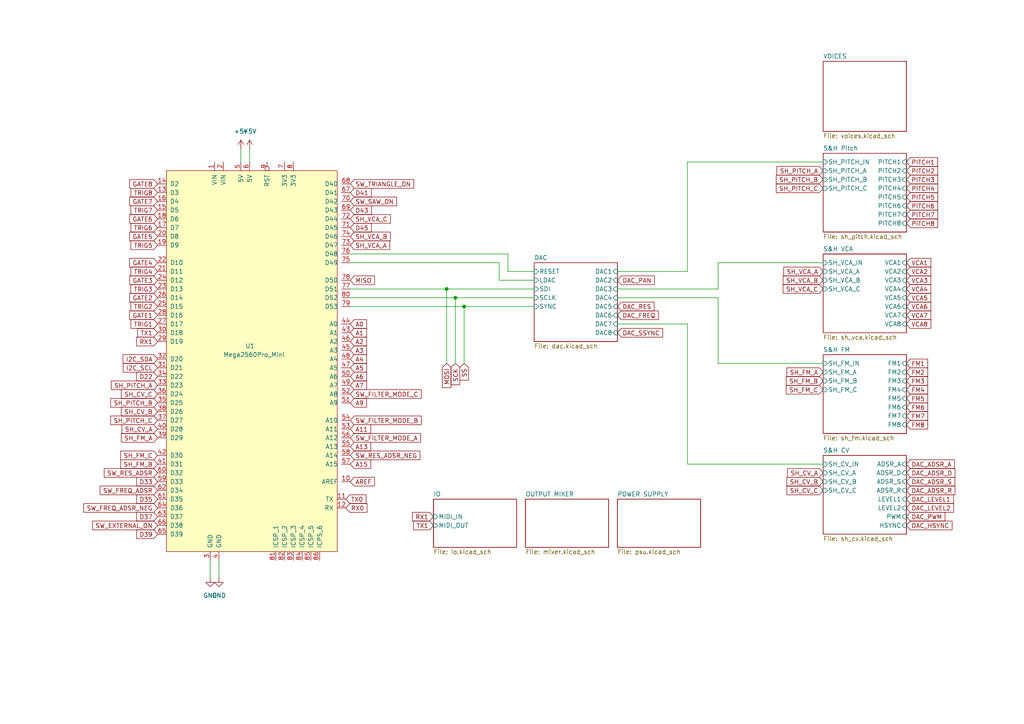
<source format=kicad_sch>
(kicad_sch (version 20230121) (generator eeschema)
  (paper "A4")
  (title_block (title "Polykit-X8 Mainboard") (date "2024-01-14") (rev "v0.0.2") (company "Jan Knipper") (comment 1 "github.com/polykit"))
  (lib_symbols
    (symbol "aga:Mega2560Pro_Embed_RobotDyn" (pin_names (offset 1.016))
      (property "Reference" "U" (at -1.27 0 0))
      (property "Value" "Mega2560Pro_Embed_RobotDyn" (at -1.27 2.54 0))
      (symbol "Mega2560Pro_Embed_RobotDyn_0_1"
        (rectangle (start -26.67 52.07) (end 22.86 -58.42) (fill (type background)))
      )
      (symbol "Mega2560Pro_Embed_RobotDyn_1_1"
        (pin power_in line (at -12.7 54.61 270) (length 2.54) (name "VIN") (number "1"))
        (pin input line (at 26.67 -38.1 180) (length 2.54) (name "AREF") (number "10"))
        (pin output line (at 25.4 -43.18 180) (length 2.54) (name "TX") (number "11"))
        (pin input line (at 25.4 -45.72 180) (length 2.54) (name "RX") (number "12"))
        (pin bidirectional line (at -29.21 45.72 0) (length 2.54) (name "D3") (number "13"))
        (pin bidirectional line (at -29.21 48.26 0) (length 2.54) (name "D2") (number "14"))
        (pin bidirectional line (at -29.21 40.64 0) (length 2.54) (name "D5") (number "15"))
        (pin bidirectional line (at -29.21 43.18 0) (length 2.54) (name "D4") (number "16"))
        (pin bidirectional line (at -29.21 35.56 0) (length 2.54) (name "D7") (number "17"))
        (pin bidirectional line (at -29.21 38.1 0) (length 2.54) (name "D6") (number "18"))
        (pin bidirectional line (at -29.21 30.48 0) (length 2.54) (name "D9") (number "19"))
        (pin power_in line (at -10.16 54.61 270) (length 2.54) (name "VIN") (number "2"))
        (pin bidirectional line (at -29.21 33.02 0) (length 2.54) (name "D8") (number "20"))
        (pin bidirectional line (at -29.21 22.86 0) (length 2.54) (name "D11") (number "21"))
        (pin bidirectional line (at -29.21 25.4 0) (length 2.54) (name "D10") (number "22"))
        (pin bidirectional line (at -29.21 17.78 0) (length 2.54) (name "D13") (number "23"))
        (pin bidirectional line (at -29.21 20.32 0) (length 2.54) (name "D12") (number "24"))
        (pin bidirectional line (at -29.21 12.7 0) (length 2.54) (name "D15") (number "25"))
        (pin bidirectional line (at -29.21 15.24 0) (length 2.54) (name "D14") (number "26"))
        (pin bidirectional line (at -29.21 7.62 0) (length 2.54) (name "D17") (number "27"))
        (pin bidirectional line (at -29.21 10.16 0) (length 2.54) (name "D16") (number "28"))
        (pin bidirectional line (at -29.21 2.54 0) (length 2.54) (name "D19") (number "29"))
        (pin power_in line (at -13.97 -60.96 90) (length 2.54) (name "GND") (number "3"))
        (pin bidirectional line (at -29.21 5.08 0) (length 2.54) (name "D18") (number "30"))
        (pin bidirectional line (at -29.21 -5.08 0) (length 2.54) (name "D21") (number "31"))
        (pin bidirectional line (at -29.21 -2.54 0) (length 2.54) (name "D20") (number "32"))
        (pin bidirectional line (at -29.21 -10.16 0) (length 2.54) (name "D23") (number "33"))
        (pin bidirectional line (at -29.21 -7.62 0) (length 2.54) (name "D22") (number "34"))
        (pin bidirectional line (at -29.21 -15.24 0) (length 2.54) (name "D25") (number "35"))
        (pin bidirectional line (at -29.21 -12.7 0) (length 2.54) (name "D24") (number "36"))
        (pin bidirectional line (at -29.21 -20.32 0) (length 2.54) (name "D27") (number "37"))
        (pin bidirectional line (at -29.21 -17.78 0) (length 2.54) (name "D26") (number "38"))
        (pin bidirectional line (at -29.21 -25.4 0) (length 2.54) (name "D29") (number "39"))
        (pin power_in line (at -11.43 -60.96 90) (length 2.54) (name "GND") (number "4"))
        (pin bidirectional line (at -29.21 -22.86 0) (length 2.54) (name "D28") (number "40"))
        (pin bidirectional line (at -29.21 -33.02 0) (length 2.54) (name "D31") (number "41"))
        (pin bidirectional line (at -29.21 -30.48 0) (length 2.54) (name "D30") (number "42"))
        (pin input line (at 26.67 5.08 180) (length 2.54) (name "A1") (number "43"))
        (pin input line (at 26.67 7.62 180) (length 2.54) (name "A0") (number "44"))
        (pin input line (at 26.67 0 180) (length 2.54) (name "A3") (number "45"))
        (pin input line (at 26.67 2.54 180) (length 2.54) (name "A2") (number "46"))
        (pin input line (at 26.67 -5.08 180) (length 2.54) (name "A5") (number "47"))
        (pin input line (at 26.67 -2.54 180) (length 2.54) (name "A4") (number "48"))
        (pin input line (at 26.67 -10.16 180) (length 2.54) (name "A7") (number "49"))
        (pin power_in line (at -5.08 54.61 270) (length 2.54) (name "5V") (number "5"))
        (pin input line (at 26.67 -7.62 180) (length 2.54) (name "A6") (number "50"))
        (pin input line (at 26.67 -15.24 180) (length 2.54) (name "A9") (number "51"))
        (pin input line (at 26.67 -12.7 180) (length 2.54) (name "A8") (number "52"))
        (pin input line (at 26.67 -22.86 180) (length 2.54) (name "A11") (number "53"))
        (pin input line (at 26.67 -20.32 180) (length 2.54) (name "A10") (number "54"))
        (pin input line (at 26.67 -27.94 180) (length 2.54) (name "A13") (number "55"))
        (pin input line (at 26.67 -25.4 180) (length 2.54) (name "A12") (number "56"))
        (pin input line (at 26.67 -33.02 180) (length 2.54) (name "A15") (number "57"))
        (pin input line (at 26.67 -30.48 180) (length 2.54) (name "A14") (number "58"))
        (pin bidirectional line (at -29.21 -38.1 0) (length 2.54) (name "D33") (number "59"))
        (pin power_in line (at -2.54 54.61 270) (length 2.54) (name "5V") (number "6"))
        (pin bidirectional line (at -29.21 -35.56 0) (length 2.54) (name "D32") (number "60"))
        (pin bidirectional line (at -29.21 -43.18 0) (length 2.54) (name "D35") (number "61"))
        (pin bidirectional line (at -29.21 -40.64 0) (length 2.54) (name "D34") (number "62"))
        (pin bidirectional line (at -29.21 -48.26 0) (length 2.54) (name "D37") (number "63"))
        (pin bidirectional line (at -29.21 -45.72 0) (length 2.54) (name "D36") (number "64"))
        (pin bidirectional line (at -29.21 -53.34 0) (length 2.54) (name "D39") (number "65"))
        (pin bidirectional line (at -29.21 -50.8 0) (length 2.54) (name "D38") (number "66"))
        (pin bidirectional line (at 26.67 45.72 180) (length 2.54) (name "D41") (number "67"))
        (pin bidirectional line (at 26.67 48.26 180) (length 2.54) (name "D40") (number "68"))
        (pin bidirectional line (at 26.67 40.64 180) (length 2.54) (name "D43") (number "69"))
        (pin power_in line (at 7.62 54.61 270) (length 2.54) (name "3V3") (number "7"))
        (pin bidirectional line (at 26.67 43.18 180) (length 2.54) (name "D42") (number "70"))
        (pin bidirectional line (at 26.67 35.56 180) (length 2.54) (name "D45") (number "71"))
        (pin bidirectional line (at 26.67 38.1 180) (length 2.54) (name "D44") (number "72"))
        (pin bidirectional line (at 26.67 30.48 180) (length 2.54) (name "D47") (number "73"))
        (pin bidirectional line (at 26.67 33.02 180) (length 2.54) (name "D46") (number "74"))
        (pin bidirectional line (at 26.67 25.4 180) (length 2.54) (name "D49") (number "75"))
        (pin bidirectional line (at 26.67 27.94 180) (length 2.54) (name "D48") (number "76"))
        (pin bidirectional line (at 26.67 17.78 180) (length 2.54) (name "D51") (number "77"))
        (pin bidirectional line (at 26.67 20.32 180) (length 2.54) (name "D50") (number "78"))
        (pin bidirectional line (at 26.67 12.7 180) (length 2.54) (name "D53") (number "79"))
        (pin power_in line (at 10.16 54.61 270) (length 2.54) (name "3V3") (number "8"))
        (pin bidirectional line (at 26.67 15.24 180) (length 2.54) (name "D52") (number "80"))
        (pin bidirectional line (at 5.08 -60.96 90) (length 2.54) (name "ICSP_1") (number "81"))
        (pin bidirectional line (at 7.62 -60.96 90) (length 2.54) (name "ICSP_2") (number "82"))
        (pin bidirectional line (at 10.16 -60.96 90) (length 2.54) (name "ICSP_3") (number "83"))
        (pin bidirectional line (at 12.7 -60.96 90) (length 2.54) (name "ICSP_4") (number "84"))
        (pin bidirectional line (at 15.24 -60.96 90) (length 2.54) (name "ICSP_5") (number "85"))
        (pin bidirectional line (at 17.78 -60.96 90) (length 2.54) (name "ICPS_6") (number "86"))
        (pin input inverted (at 2.54 54.61 270) (length 2.54) (name "RST") (number "9"))
      )
    )
    (symbol "power:+5V" (power) (pin_names (offset 0))
      (property "Value" "+5V" (at 0 3.556 0))
      (symbol "+5V_0_1"
        (polyline (pts (xy -0.762 1.27) (xy 0 2.54)))
        (polyline (pts (xy 0 0) (xy 0 2.54)))
        (polyline (pts (xy 0 2.54) (xy 0.762 1.27)))
      )
      (symbol "+5V_1_1"
        (pin power_in line (at 0 0 90) (length 0) hide (name "+5V") (number "1"))
      )
    )
    (symbol "power:GND" (power) (pin_names (offset 0))
      (property "Value" "GND" (at 0 -3.81 0))
      (symbol "GND_0_1"
        (polyline (pts (xy 0 0) (xy 0 -1.27) (xy 1.27 -1.27) (xy 0 -2.54) (xy -1.27 -1.27) (xy 0 -1.27)))
      )
      (symbol "GND_1_1"
        (pin power_in line (at 0 0 270) (length 0) hide (name "GND") (number "1"))
      )
    )
  )
  (junction (at 129.54 83.82))
  (junction (at 134.62 88.9))
  (junction (at 132.08 86.36))
  (wire (pts (xy 199.39 78.74) (xy 179.07 78.74)))
  (wire (pts (xy 129.54 83.82) (xy 154.94 83.82)))
  (wire (pts (xy 101.6 73.66) (xy 147.32 73.66)))
  (wire (pts (xy 134.62 88.9) (xy 154.94 88.9)))
  (wire (pts (xy 208.28 83.82) (xy 179.07 83.82)))
  (wire (pts (xy 101.6 83.82) (xy 129.54 83.82)))
  (wire (pts (xy 238.76 76.2) (xy 208.28 76.2)))
  (wire (pts (xy 132.08 86.36) (xy 154.94 86.36)))
  (wire (pts (xy 147.32 73.66) (xy 147.32 78.74)))
  (wire (pts (xy 179.07 93.98) (xy 199.39 93.98)))
  (wire (pts (xy 147.32 78.74) (xy 154.94 78.74)))
  (wire (pts (xy 129.54 105.41) (xy 129.54 83.82)))
  (wire (pts (xy 144.78 76.2) (xy 144.78 81.28)))
  (wire (pts (xy 132.08 86.36) (xy 101.6 86.36)))
  (wire (pts (xy 208.28 76.2) (xy 208.28 83.82)))
  (wire (pts (xy 208.28 105.41) (xy 238.76 105.41)))
  (wire (pts (xy 132.08 105.41) (xy 132.08 86.36)))
  (wire (pts (xy 60.96 167.64) (xy 60.96 162.56)))
  (wire (pts (xy 199.39 93.98) (xy 199.39 134.62)))
  (wire (pts (xy 101.6 88.9) (xy 134.62 88.9)))
  (wire (pts (xy 63.5 167.64) (xy 63.5 162.56)))
  (wire (pts (xy 199.39 134.62) (xy 238.76 134.62)))
  (wire (pts (xy 238.76 46.99) (xy 199.39 46.99)))
  (wire (pts (xy 144.78 81.28) (xy 154.94 81.28)))
  (wire (pts (xy 69.85 43.18) (xy 69.85 46.99)))
  (wire (pts (xy 199.39 46.99) (xy 199.39 78.74)))
  (wire (pts (xy 179.07 86.36) (xy 208.28 86.36)))
  (wire (pts (xy 101.6 76.2) (xy 144.78 76.2)))
  (wire (pts (xy 134.62 105.41) (xy 134.62 88.9)))
  (wire (pts (xy 208.28 86.36) (xy 208.28 105.41)))
  (wire (pts (xy 72.39 43.18) (xy 72.39 46.99)))
  (global_label "A6" (shape input) (at 101.6 109.22 0) (property "Intersheetrefs" "${INTERSHEET_REFS}" (effects hide)))
  (global_label "AREF" (shape input) (at 101.6 139.7 0) (property "Intersheetrefs" "${INTERSHEET_REFS}" (effects hide)))
  (global_label "FM1" (shape input) (at 262.89 105.41 0) (property "Intersheetrefs" "${INTERSHEET_REFS}" (effects hide)))
  (global_label "SH_PITCH_C" (shape input) (at 238.76 54.61 180) (property "Intersheetrefs" "${INTERSHEET_REFS}" (effects hide)))
  (global_label "SH_PITCH_B" (shape input) (at 238.76 52.07 180) (property "Intersheetrefs" "${INTERSHEET_REFS}" (effects hide)))
  (global_label "D37" (shape input) (at 45.72 149.86 180) (property "Intersheetrefs" "${INTERSHEET_REFS}" (effects hide)))
  (global_label "A9" (shape input) (at 101.6 116.84 0) (property "Intersheetrefs" "${INTERSHEET_REFS}" (effects hide)))
  (global_label "D22" (shape input) (at 45.72 109.22 180) (property "Intersheetrefs" "${INTERSHEET_REFS}" (effects hide)))
  (global_label "SCK" (shape input) (at 132.08 105.41 270) (property "Intersheetrefs" "${INTERSHEET_REFS}" (effects hide)))
  (global_label "DAC_ADSR_S" (shape input) (at 262.89 139.7 0) (property "Intersheetrefs" "${INTERSHEET_REFS}" (effects hide)))
  (global_label "FM5" (shape input) (at 262.89 115.57 0) (property "Intersheetrefs" "${INTERSHEET_REFS}" (effects hide)))
  (global_label "SH_CV_A" (shape input) (at 238.76 137.16 180) (property "Intersheetrefs" "${INTERSHEET_REFS}" (effects hide)))
  (global_label "SH_VCA_B" (shape input) (at 101.6 68.58 0) (property "Intersheetrefs" "${INTERSHEET_REFS}" (effects hide)))
  (global_label "SW_FILTER_MODE_C" (shape input) (at 101.6 114.3 0) (property "Intersheetrefs" "${INTERSHEET_REFS}" (effects hide)))
  (global_label "VCA1" (shape input) (at 262.89 76.2 0) (property "Intersheetrefs" "${INTERSHEET_REFS}" (effects hide)))
  (global_label "SH_VCA_C" (shape input) (at 101.6 63.5 0) (property "Intersheetrefs" "${INTERSHEET_REFS}" (effects hide)))
  (global_label "FM2" (shape input) (at 262.89 107.95 0) (property "Intersheetrefs" "${INTERSHEET_REFS}" (effects hide)))
  (global_label "DAC_PAN" (shape input) (at 179.07 81.28 0) (property "Intersheetrefs" "${INTERSHEET_REFS}" (effects hide)))
  (global_label "PITCH5" (shape input) (at 262.89 57.15 0) (property "Intersheetrefs" "${INTERSHEET_REFS}" (effects hide)))
  (global_label "D35" (shape input) (at 45.72 144.78 180) (property "Intersheetrefs" "${INTERSHEET_REFS}" (effects hide)))
  (global_label "DAC_PWM" (shape input) (at 262.89 149.86 0) (property "Intersheetrefs" "${INTERSHEET_REFS}" (effects hide)))
  (global_label "FM8" (shape input) (at 262.89 123.19 0) (property "Intersheetrefs" "${INTERSHEET_REFS}" (effects hide)))
  (global_label "FM6" (shape input) (at 262.89 118.11 0) (property "Intersheetrefs" "${INTERSHEET_REFS}" (effects hide)))
  (global_label "SH_PITCH_C" (shape input) (at 45.72 121.92 180) (property "Intersheetrefs" "${INTERSHEET_REFS}" (effects hide)))
  (global_label "SW_FREQ_ADSR" (shape input) (at 45.72 142.24 180) (property "Intersheetrefs" "${INTERSHEET_REFS}" (effects hide)))
  (global_label "TX1" (shape input) (at 45.72 96.52 180) (property "Intersheetrefs" "${INTERSHEET_REFS}" (effects hide)))
  (global_label "DAC_SSYNC" (shape input) (at 179.07 96.52 0) (property "Intersheetrefs" "${INTERSHEET_REFS}" (effects hide)))
  (global_label "FM3" (shape input) (at 262.89 110.49 0) (property "Intersheetrefs" "${INTERSHEET_REFS}" (effects hide)))
  (global_label "GATE1" (shape input) (at 45.72 91.44 180) (property "Intersheetrefs" "${INTERSHEET_REFS}" (effects hide)))
  (global_label "SH_CV_C" (shape input) (at 45.72 114.3 180) (property "Intersheetrefs" "${INTERSHEET_REFS}" (effects hide)))
  (global_label "RX0" (shape input) (at 100.33 147.32 0) (property "Intersheetrefs" "${INTERSHEET_REFS}" (effects hide)))
  (global_label "I2C_SDA" (shape input) (at 45.72 104.14 180) (property "Intersheetrefs" "${INTERSHEET_REFS}" (effects hide)))
  (global_label "A0" (shape input) (at 101.6 93.98 0) (property "Intersheetrefs" "${INTERSHEET_REFS}" (effects hide)))
  (global_label "DAC_RES" (shape input) (at 179.07 88.9 0) (property "Intersheetrefs" "${INTERSHEET_REFS}" (effects hide)))
  (global_label "VCA7" (shape input) (at 262.89 91.44 0) (property "Intersheetrefs" "${INTERSHEET_REFS}" (effects hide)))
  (global_label "D41" (shape input) (at 101.6 55.88 0) (property "Intersheetrefs" "${INTERSHEET_REFS}" (effects hide)))
  (global_label "SH_FM_B" (shape input) (at 45.72 134.62 180) (property "Intersheetrefs" "${INTERSHEET_REFS}" (effects hide)))
  (global_label "TRIG1" (shape input) (at 45.72 93.98 180) (property "Intersheetrefs" "${INTERSHEET_REFS}" (effects hide)))
  (global_label "A3" (shape input) (at 101.6 101.6 0) (property "Intersheetrefs" "${INTERSHEET_REFS}" (effects hide)))
  (global_label "SH_PITCH_A" (shape input) (at 45.72 111.76 180) (property "Intersheetrefs" "${INTERSHEET_REFS}" (effects hide)))
  (global_label "SH_PITCH_B" (shape input) (at 45.72 116.84 180) (property "Intersheetrefs" "${INTERSHEET_REFS}" (effects hide)))
  (global_label "TRIG8" (shape input) (at 45.72 55.88 180) (property "Intersheetrefs" "${INTERSHEET_REFS}" (effects hide)))
  (global_label "PITCH3" (shape input) (at 262.89 52.07 0) (property "Intersheetrefs" "${INTERSHEET_REFS}" (effects hide)))
  (global_label "TX1" (shape input) (at 125.73 152.4 180) (property "Intersheetrefs" "${INTERSHEET_REFS}" (effects hide)))
  (global_label "SW_FILTER_MODE_B" (shape input) (at 101.6 121.92 0) (property "Intersheetrefs" "${INTERSHEET_REFS}" (effects hide)))
  (global_label "PITCH7" (shape input) (at 262.89 62.23 0) (property "Intersheetrefs" "${INTERSHEET_REFS}" (effects hide)))
  (global_label "RX1" (shape input) (at 125.73 149.86 180) (property "Intersheetrefs" "${INTERSHEET_REFS}" (effects hide)))
  (global_label "D45" (shape input) (at 101.6 66.04 0) (property "Intersheetrefs" "${INTERSHEET_REFS}" (effects hide)))
  (global_label "PITCH1" (shape input) (at 262.89 46.99 0) (property "Intersheetrefs" "${INTERSHEET_REFS}" (effects hide)))
  (global_label "GATE4" (shape input) (at 45.72 76.2 180) (property "Intersheetrefs" "${INTERSHEET_REFS}" (effects hide)))
  (global_label "SH_VCA_A" (shape input) (at 101.6 71.12 0) (property "Intersheetrefs" "${INTERSHEET_REFS}" (effects hide)))
  (global_label "SH_CV_A" (shape input) (at 45.72 124.46 180) (property "Intersheetrefs" "${INTERSHEET_REFS}" (effects hide)))
  (global_label "TRIG2" (shape input) (at 45.72 88.9 180) (property "Intersheetrefs" "${INTERSHEET_REFS}" (effects hide)))
  (global_label "PITCH2" (shape input) (at 262.89 49.53 0) (property "Intersheetrefs" "${INTERSHEET_REFS}" (effects hide)))
  (global_label "D33" (shape input) (at 45.72 139.7 180) (property "Intersheetrefs" "${INTERSHEET_REFS}" (effects hide)))
  (global_label "GATE3" (shape input) (at 45.72 81.28 180) (property "Intersheetrefs" "${INTERSHEET_REFS}" (effects hide)))
  (global_label "PITCH8" (shape input) (at 262.89 64.77 0) (property "Intersheetrefs" "${INTERSHEET_REFS}" (effects hide)))
  (global_label "SW_FREQ_ADSR_NEG" (shape input) (at 45.72 147.32 180) (property "Intersheetrefs" "${INTERSHEET_REFS}" (effects hide)))
  (global_label "SH_FM_C" (shape input) (at 45.72 132.08 180) (property "Intersheetrefs" "${INTERSHEET_REFS}" (effects hide)))
  (global_label "SW_RES_ADSR" (shape input) (at 45.72 137.16 180) (property "Intersheetrefs" "${INTERSHEET_REFS}" (effects hide)))
  (global_label "VCA5" (shape input) (at 262.89 86.36 0) (property "Intersheetrefs" "${INTERSHEET_REFS}" (effects hide)))
  (global_label "DAC_ADSR_A" (shape input) (at 262.89 134.62 0) (property "Intersheetrefs" "${INTERSHEET_REFS}" (effects hide)))
  (global_label "DAC_HSYNC" (shape input) (at 262.89 152.4 0) (property "Intersheetrefs" "${INTERSHEET_REFS}" (effects hide)))
  (global_label "FM7" (shape input) (at 262.89 120.65 0) (property "Intersheetrefs" "${INTERSHEET_REFS}" (effects hide)))
  (global_label "TRIG4" (shape input) (at 45.72 78.74 180) (property "Intersheetrefs" "${INTERSHEET_REFS}" (effects hide)))
  (global_label "RX1" (shape input) (at 45.72 99.06 180) (property "Intersheetrefs" "${INTERSHEET_REFS}" (effects hide)))
  (global_label "A13" (shape input) (at 101.6 129.54 0) (property "Intersheetrefs" "${INTERSHEET_REFS}" (effects hide)))
  (global_label "TX0" (shape input) (at 100.33 144.78 0) (property "Intersheetrefs" "${INTERSHEET_REFS}" (effects hide)))
  (global_label "SH_CV_B" (shape input) (at 238.76 139.7 180) (property "Intersheetrefs" "${INTERSHEET_REFS}" (effects hide)))
  (global_label "VCA8" (shape input) (at 262.89 93.98 0) (property "Intersheetrefs" "${INTERSHEET_REFS}" (effects hide)))
  (global_label "A7" (shape input) (at 101.6 111.76 0) (property "Intersheetrefs" "${INTERSHEET_REFS}" (effects hide)))
  (global_label "SH_CV_C" (shape input) (at 238.76 142.24 180) (property "Intersheetrefs" "${INTERSHEET_REFS}" (effects hide)))
  (global_label "D43" (shape input) (at 101.6 60.96 0) (property "Intersheetrefs" "${INTERSHEET_REFS}" (effects hide)))
  (global_label "VCA2" (shape input) (at 262.89 78.74 0) (property "Intersheetrefs" "${INTERSHEET_REFS}" (effects hide)))
  (global_label "GATE6" (shape input) (at 45.72 63.5 180) (property "Intersheetrefs" "${INTERSHEET_REFS}" (effects hide)))
  (global_label "GATE5" (shape input) (at 45.72 68.58 180) (property "Intersheetrefs" "${INTERSHEET_REFS}" (effects hide)))
  (global_label "DAC_ADSR_D" (shape input) (at 262.89 137.16 0) (property "Intersheetrefs" "${INTERSHEET_REFS}" (effects hide)))
  (global_label "I2C_SCL" (shape input) (at 45.72 106.68 180) (property "Intersheetrefs" "${INTERSHEET_REFS}" (effects hide)))
  (global_label "SW_EXTERNAL_ON" (shape input) (at 45.72 152.4 180) (property "Intersheetrefs" "${INTERSHEET_REFS}" (effects hide)))
  (global_label "GATE7" (shape input) (at 45.72 58.42 180) (property "Intersheetrefs" "${INTERSHEET_REFS}" (effects hide)))
  (global_label "D39" (shape input) (at 45.72 154.94 180) (property "Intersheetrefs" "${INTERSHEET_REFS}" (effects hide)))
  (global_label "PITCH4" (shape input) (at 262.89 54.61 0) (property "Intersheetrefs" "${INTERSHEET_REFS}" (effects hide)))
  (global_label "SH_VCA_A" (shape input) (at 238.76 78.74 180) (property "Intersheetrefs" "${INTERSHEET_REFS}" (effects hide)))
  (global_label "PITCH6" (shape input) (at 262.89 59.69 0) (property "Intersheetrefs" "${INTERSHEET_REFS}" (effects hide)))
  (global_label "VCA3" (shape input) (at 262.89 81.28 0) (property "Intersheetrefs" "${INTERSHEET_REFS}" (effects hide)))
  (global_label "SH_CV_B" (shape input) (at 45.72 119.38 180) (property "Intersheetrefs" "${INTERSHEET_REFS}" (effects hide)))
  (global_label "A4" (shape input) (at 101.6 104.14 0) (property "Intersheetrefs" "${INTERSHEET_REFS}" (effects hide)))
  (global_label "DAC_LEVEL1" (shape input) (at 262.89 144.78 0) (property "Intersheetrefs" "${INTERSHEET_REFS}" (effects hide)))
  (global_label "DAC_FREQ" (shape input) (at 179.07 91.44 0) (property "Intersheetrefs" "${INTERSHEET_REFS}" (effects hide)))
  (global_label "VCA4" (shape input) (at 262.89 83.82 0) (property "Intersheetrefs" "${INTERSHEET_REFS}" (effects hide)))
  (global_label "SW_SAW_ON" (shape input) (at 101.6 58.42 0) (property "Intersheetrefs" "${INTERSHEET_REFS}" (effects hide)))
  (global_label "A1" (shape input) (at 101.6 96.52 0) (property "Intersheetrefs" "${INTERSHEET_REFS}" (effects hide)))
  (global_label "SH_FM_A" (shape input) (at 45.72 127 180) (property "Intersheetrefs" "${INTERSHEET_REFS}" (effects hide)))
  (global_label "SS" (shape input) (at 134.62 105.41 270) (property "Intersheetrefs" "${INTERSHEET_REFS}" (effects hide)))
  (global_label "FM4" (shape input) (at 262.89 113.03 0) (property "Intersheetrefs" "${INTERSHEET_REFS}" (effects hide)))
  (global_label "A2" (shape input) (at 101.6 99.06 0) (property "Intersheetrefs" "${INTERSHEET_REFS}" (effects hide)))
  (global_label "SH_FM_C" (shape input) (at 238.76 113.03 180) (property "Intersheetrefs" "${INTERSHEET_REFS}" (effects hide)))
  (global_label "TRIG7" (shape input) (at 45.72 60.96 180) (property "Intersheetrefs" "${INTERSHEET_REFS}" (effects hide)))
  (global_label "MOSI" (shape input) (at 129.54 105.41 270) (property "Intersheetrefs" "${INTERSHEET_REFS}" (effects hide)))
  (global_label "SH_FM_B" (shape input) (at 238.76 110.49 180) (property "Intersheetrefs" "${INTERSHEET_REFS}" (effects hide)))
  (global_label "TRIG6" (shape input) (at 45.72 66.04 180) (property "Intersheetrefs" "${INTERSHEET_REFS}" (effects hide)))
  (global_label "VCA6" (shape input) (at 262.89 88.9 0) (property "Intersheetrefs" "${INTERSHEET_REFS}" (effects hide)))
  (global_label "SW_RES_ADSR_NEG" (shape input) (at 101.6 132.08 0) (property "Intersheetrefs" "${INTERSHEET_REFS}" (effects hide)))
  (global_label "A5" (shape input) (at 101.6 106.68 0) (property "Intersheetrefs" "${INTERSHEET_REFS}" (effects hide)))
  (global_label "SW_TRIANGLE_ON" (shape input) (at 101.6 53.34 0) (property "Intersheetrefs" "${INTERSHEET_REFS}" (effects hide)))
  (global_label "SH_FM_A" (shape input) (at 238.76 107.95 180) (property "Intersheetrefs" "${INTERSHEET_REFS}" (effects hide)))
  (global_label "SH_VCA_B" (shape input) (at 238.76 81.28 180) (property "Intersheetrefs" "${INTERSHEET_REFS}" (effects hide)))
  (global_label "DAC_ADSR_R" (shape input) (at 262.89 142.24 0) (property "Intersheetrefs" "${INTERSHEET_REFS}" (effects hide)))
  (global_label "GATE2" (shape input) (at 45.72 86.36 180) (property "Intersheetrefs" "${INTERSHEET_REFS}" (effects hide)))
  (global_label "MISO" (shape input) (at 101.6 81.28 0) (property "Intersheetrefs" "${INTERSHEET_REFS}" (effects hide)))
  (global_label "GATE8" (shape input) (at 45.72 53.34 180) (property "Intersheetrefs" "${INTERSHEET_REFS}" (effects hide)))
  (global_label "SW_FILTER_MODE_A" (shape input) (at 101.6 127 0) (property "Intersheetrefs" "${INTERSHEET_REFS}" (effects hide)))
  (global_label "TRIG5" (shape input) (at 45.72 71.12 180) (property "Intersheetrefs" "${INTERSHEET_REFS}" (effects hide)))
  (global_label "DAC_LEVEL2" (shape input) (at 262.89 147.32 0) (property "Intersheetrefs" "${INTERSHEET_REFS}" (effects hide)))
  (global_label "SH_PITCH_A" (shape input) (at 238.76 49.53 180) (property "Intersheetrefs" "${INTERSHEET_REFS}" (effects hide)))
  (global_label "SH_VCA_C" (shape input) (at 238.76 83.82 180) (property "Intersheetrefs" "${INTERSHEET_REFS}" (effects hide)))
  (global_label "TRIG3" (shape input) (at 45.72 83.82 180) (property "Intersheetrefs" "${INTERSHEET_REFS}" (effects hide)))
  (global_label "A15" (shape input) (at 101.6 134.62 0) (property "Intersheetrefs" "${INTERSHEET_REFS}" (effects hide)))
  (global_label "A11" (shape input) (at 101.6 124.46 0) (property "Intersheetrefs" "${INTERSHEET_REFS}" (effects hide)))
  (symbol (lib_id "power:+5V") (at 72.39 43.18 0) (unit 1)
    (property "Reference" "#PWR04" (effects hide))
    (property "Value" "+5V" (at 72.39 38.1 0))
  )
  (symbol (lib_id "power:+5V") (at 69.85 43.18 0) (unit 1)
    (property "Reference" "#PWR03" (effects hide))
    (property "Value" "+5V" (at 69.85 38.1 0))
  )
  (symbol (lib_id "aga:Mega2560Pro_Embed_RobotDyn") (at 74.93 101.6 0) (unit 1)
    (property "Reference" "U1" (at 71.12 100.33 0) (effects (justify left)))
    (property "Value" "Mega2560Pro_Mini" (at 64.77 102.87 0) (effects (justify left)))
    (property "Footprint" "aga:Mega2560Pro_Embed_RobotDyn" (effects hide))
    (property "Datasheet" "https://robotdyn.com/mega-2560-pro-embed-ch340g-atmega2560-16au.html" (effects hide))
  )
  (symbol (lib_id "power:GND") (at 60.96 167.64 0) (unit 1)
    (property "Reference" "#PWR01" (effects hide))
    (property "Value" "GND" (at 60.96 172.72 0))
  )
  (symbol (lib_id "power:GND") (at 63.5 167.64 0) (unit 1)
    (property "Reference" "#PWR02" (effects hide))
    (property "Value" "GND" (at 63.5 172.72 0))
  )
  (sheet (at 238.76 44.45) (size 24.13 22.86) (stroke (width 0.1524))
    (property "Sheetname" "S&H Pitch" (at 238.76 43.7384 0) (effects (justify left bottom)))
    (property "Sheetfile" "sh_pitch.kicad_sch" (at 238.76 67.8946 0) (effects (justify left top)))
    (pin "SH_PITCH_IN" input (at 238.76 46.99 180))
    (pin "SH_PITCH_C" input (at 238.76 54.61 180))
    (pin "SH_PITCH_A" input (at 238.76 49.53 180))
    (pin "SH_PITCH_B" input (at 238.76 52.07 180))
    (pin "PITCH3" input (at 262.89 52.07 0))
    (pin "PITCH4" input (at 262.89 54.61 0))
    (pin "PITCH2" input (at 262.89 49.53 0))
    (pin "PITCH1" input (at 262.89 46.99 0))
    (pin "PITCH7" input (at 262.89 62.23 0))
    (pin "PITCH8" input (at 262.89 64.77 0))
    (pin "PITCH6" input (at 262.89 59.69 0))
    (pin "PITCH5" input (at 262.89 57.15 0))
  )
  (sheet (at 238.76 102.87) (size 24.13 22.86) (stroke (width 0.1524))
    (property "Sheetname" "S&H FM" (at 238.76 102.1584 0) (effects (justify left bottom)))
    (property "Sheetfile" "sh_fm.kicad_sch" (at 238.76 126.3146 0) (effects (justify left top)))
    (pin "FM5" input (at 262.89 115.57 0))
    (pin "FM6" input (at 262.89 118.11 0))
    (pin "FM1" input (at 262.89 105.41 0))
    (pin "FM3" input (at 262.89 110.49 0))
    (pin "FM2" input (at 262.89 107.95 0))
    (pin "SH_FM_IN" input (at 238.76 105.41 180))
    (pin "SH_FM_B" input (at 238.76 110.49 180))
    (pin "SH_FM_A" input (at 238.76 107.95 180))
    (pin "SH_FM_C" input (at 238.76 113.03 180))
    (pin "FM4" input (at 262.89 113.03 0))
    (pin "FM8" input (at 262.89 123.19 0))
    (pin "FM7" input (at 262.89 120.65 0))
  )
  (sheet (at 238.76 17.78) (size 24.13 20.32) (stroke (width 0.1524))
    (property "Sheetname" "VOICES" (at 238.76 17.0684 0) (effects (justify left bottom)))
    (property "Sheetfile" "voices.kicad_sch" (at 238.76 38.6846 0) (effects (justify left top)))
  )
  (sheet (at 179.07 144.78) (size 24.13 13.97) (stroke (width 0.1524))
    (property "Sheetname" "POWER SUPPLY" (at 179.07 144.0684 0) (effects (justify left bottom)))
    (property "Sheetfile" "psu.kicad_sch" (at 179.07 159.3346 0) (effects (justify left top)))
  )
  (sheet (at 152.4 144.78) (size 24.13 13.97) (stroke (width 0.1524))
    (property "Sheetname" "OUTPUT MIXER" (at 152.4 144.0684 0) (effects (justify left bottom)))
    (property "Sheetfile" "mixer.kicad_sch" (at 152.4 159.3346 0) (effects (justify left top)))
  )
  (sheet (at 125.73 144.78) (size 24.13 13.97) (stroke (width 0.1524))
    (property "Sheetname" "IO" (at 125.73 144.0684 0) (effects (justify left bottom)))
    (property "Sheetfile" "io.kicad_sch" (at 125.73 159.3346 0) (effects (justify left top)))
    (pin "MIDI_IN" input (at 125.73 149.86 180))
    (pin "MIDI_OUT" input (at 125.73 152.4 180))
  )
  (sheet (at 238.76 73.66) (size 24.13 22.86) (stroke (width 0.1524))
    (property "Sheetname" "S&H VCA" (at 238.76 72.9484 0) (effects (justify left bottom)))
    (property "Sheetfile" "sh_vca.kicad_sch" (at 238.76 97.1046 0) (effects (justify left top)))
    (pin "VCA5" input (at 262.89 86.36 0))
    (pin "VCA6" input (at 262.89 88.9 0))
    (pin "VCA7" input (at 262.89 91.44 0))
    (pin "VCA3" input (at 262.89 81.28 0))
    (pin "VCA1" input (at 262.89 76.2 0))
    (pin "VCA2" input (at 262.89 78.74 0))
    (pin "SH_VCA_IN" input (at 238.76 76.2 180))
    (pin "SH_VCA_B" input (at 238.76 81.28 180))
    (pin "SH_VCA_C" input (at 238.76 83.82 180))
    (pin "SH_VCA_A" input (at 238.76 78.74 180))
    (pin "VCA4" input (at 262.89 83.82 0))
    (pin "VCA8" input (at 262.89 93.98 0))
  )
  (sheet (at 154.94 76.2) (size 24.13 22.86) (stroke (width 0.1524))
    (property "Sheetname" "DAC" (at 154.94 75.4884 0) (effects (justify left bottom)))
    (property "Sheetfile" "dac.kicad_sch" (at 154.94 99.6446 0) (effects (justify left top)))
    (pin "DAC4" input (at 179.07 86.36 0))
    (pin "DAC5" input (at 179.07 88.9 0))
    (pin "DAC6" input (at 179.07 91.44 0))
    (pin "DAC1" input (at 179.07 78.74 0))
    (pin "DAC2" input (at 179.07 81.28 0))
    (pin "DAC3" input (at 179.07 83.82 0))
    (pin "SCLK" input (at 154.94 86.36 180))
    (pin "SYNC" input (at 154.94 88.9 180))
    (pin "LDAC" input (at 154.94 81.28 180))
    (pin "DAC8" input (at 179.07 96.52 0))
    (pin "DAC7" input (at 179.07 93.98 0))
    (pin "SDI" input (at 154.94 83.82 180))
    (pin "RESET" input (at 154.94 78.74 180))
  )
  (sheet (at 238.76 132.08) (size 24.13 22.86) (stroke (width 0.1524))
    (property "Sheetname" "S&H CV" (at 238.76 131.3684 0) (effects (justify left bottom)))
    (property "Sheetfile" "sh_cv.kicad_sch" (at 238.76 155.5246 0) (effects (justify left top)))
    (pin "ADSR_A" input (at 262.89 134.62 0))
    (pin "ADSR_D" input (at 262.89 137.16 0))
    (pin "ADSR_S" input (at 262.89 139.7 0))
    (pin "ADSR_R" input (at 262.89 142.24 0))
    (pin "LEVEL2" input (at 262.89 147.32 0))
    (pin "PWM" input (at 262.89 149.86 0))
    (pin "HSYNC" input (at 262.89 152.4 0))
    (pin "LEVEL1" input (at 262.89 144.78 0))
    (pin "SH_CV_IN" input (at 238.76 134.62 180))
    (pin "SH_CV_B" input (at 238.76 139.7 180))
    (pin "SH_CV_C" input (at 238.76 142.24 180))
    (pin "SH_CV_A" input (at 238.76 137.16 180))
  )
)
</source>
